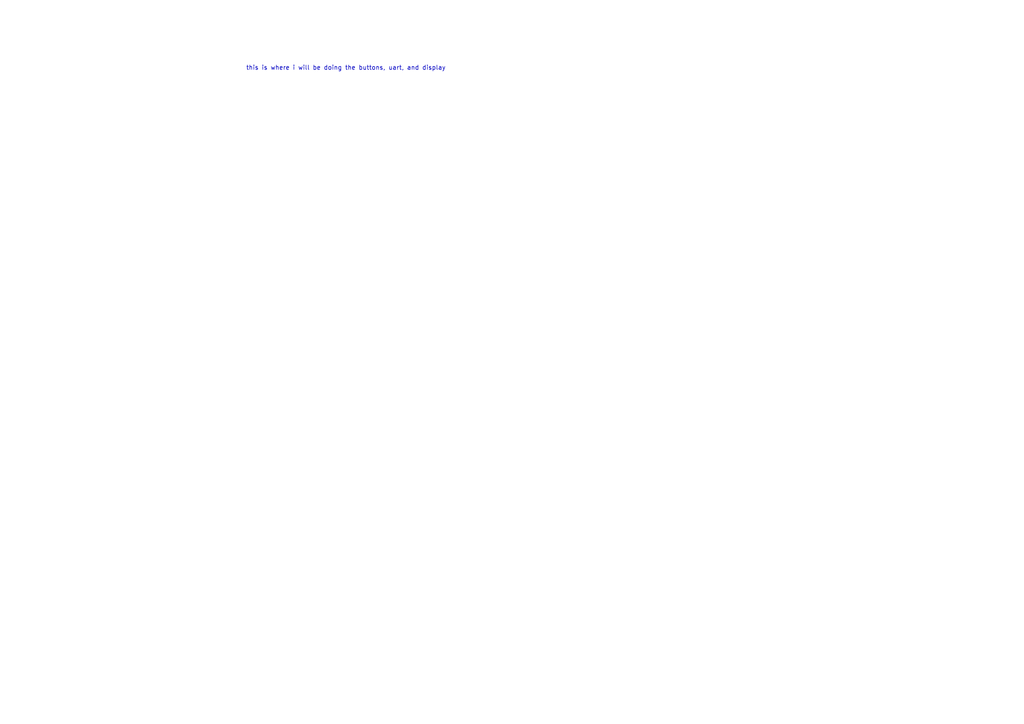
<source format=kicad_sch>
(kicad_sch
	(version 20250114)
	(generator "eeschema")
	(generator_version "9.0")
	(uuid "81cc75eb-d8a5-459c-b798-8be83d7ba9c0")
	(paper "A4")
	(lib_symbols)
	(text "this is where i will be doing the buttons, uart, and display\n"
		(exclude_from_sim no)
		(at 100.33 19.812 0)
		(effects
			(font
				(size 1.27 1.27)
			)
		)
		(uuid "1df887c8-ad4e-42c9-9695-5157f190eeb7")
	)
)

</source>
